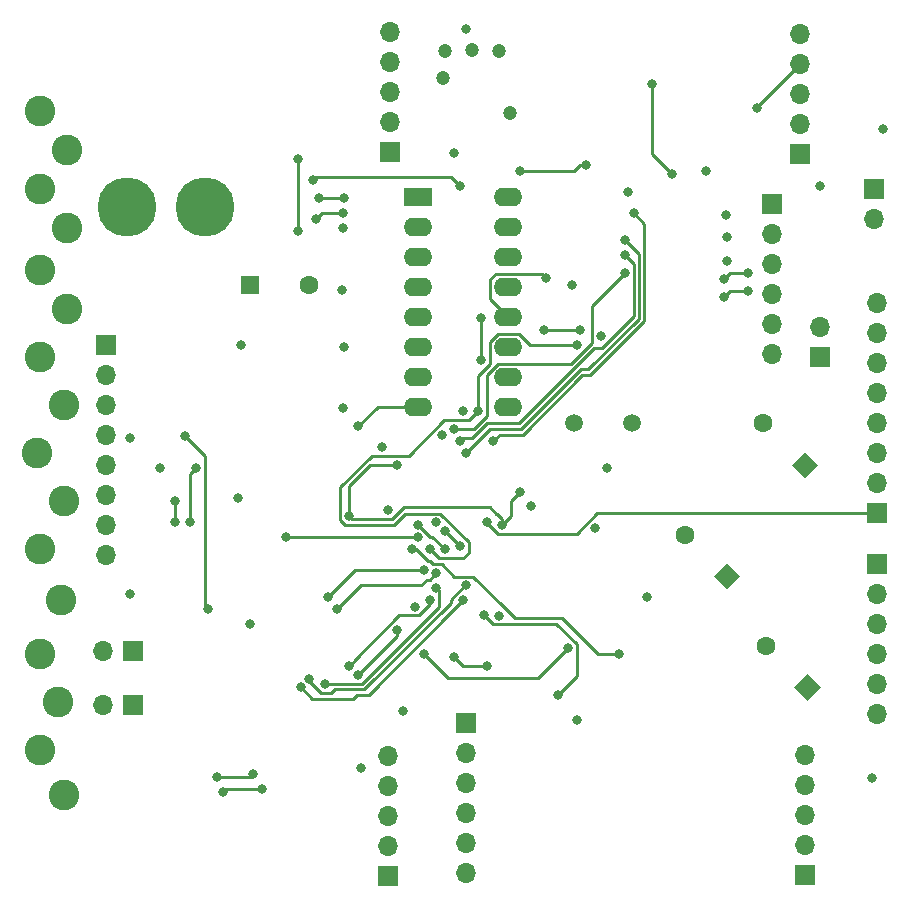
<source format=gbl>
G04 #@! TF.GenerationSoftware,KiCad,Pcbnew,(5.1.6-0-10_14)*
G04 #@! TF.CreationDate,2022-02-17T20:51:05-06:00*
G04 #@! TF.ProjectId,opto_isolator_with_micr,6f70746f-5f69-4736-9f6c-61746f725f77,rev?*
G04 #@! TF.SameCoordinates,Original*
G04 #@! TF.FileFunction,Copper,L4,Bot*
G04 #@! TF.FilePolarity,Positive*
%FSLAX46Y46*%
G04 Gerber Fmt 4.6, Leading zero omitted, Abs format (unit mm)*
G04 Created by KiCad (PCBNEW (5.1.6-0-10_14)) date 2022-02-17 20:51:05*
%MOMM*%
%LPD*%
G01*
G04 APERTURE LIST*
G04 #@! TA.AperFunction,ComponentPad*
%ADD10C,2.600000*%
G04 #@! TD*
G04 #@! TA.AperFunction,ComponentPad*
%ADD11R,1.700000X1.700000*%
G04 #@! TD*
G04 #@! TA.AperFunction,ComponentPad*
%ADD12O,1.700000X1.700000*%
G04 #@! TD*
G04 #@! TA.AperFunction,ComponentPad*
%ADD13R,2.400000X1.600000*%
G04 #@! TD*
G04 #@! TA.AperFunction,ComponentPad*
%ADD14O,2.400000X1.600000*%
G04 #@! TD*
G04 #@! TA.AperFunction,ComponentPad*
%ADD15C,1.500000*%
G04 #@! TD*
G04 #@! TA.AperFunction,ComponentPad*
%ADD16C,1.600000*%
G04 #@! TD*
G04 #@! TA.AperFunction,ComponentPad*
%ADD17C,0.100000*%
G04 #@! TD*
G04 #@! TA.AperFunction,ComponentPad*
%ADD18R,1.600000X1.600000*%
G04 #@! TD*
G04 #@! TA.AperFunction,ComponentPad*
%ADD19C,5.000000*%
G04 #@! TD*
G04 #@! TA.AperFunction,ViaPad*
%ADD20C,0.800000*%
G04 #@! TD*
G04 #@! TA.AperFunction,ViaPad*
%ADD21C,1.200000*%
G04 #@! TD*
G04 #@! TA.AperFunction,Conductor*
%ADD22C,0.250000*%
G04 #@! TD*
G04 APERTURE END LIST*
D10*
X135890000Y-119888000D03*
D11*
X170434000Y-121666000D03*
D12*
X170434000Y-124206000D03*
X170434000Y-126746000D03*
X170434000Y-129286000D03*
X170434000Y-131826000D03*
X170434000Y-134366000D03*
D11*
X200406000Y-90678000D03*
D12*
X200406000Y-88138000D03*
D11*
X205232000Y-108204000D03*
D12*
X205232000Y-110744000D03*
X205232000Y-113284000D03*
X205232000Y-115824000D03*
X205232000Y-118364000D03*
X205232000Y-120904000D03*
X139700000Y-120142000D03*
D11*
X142240000Y-120142000D03*
D12*
X196342000Y-90424000D03*
X196342000Y-87884000D03*
X196342000Y-85344000D03*
X196342000Y-82804000D03*
X196342000Y-80264000D03*
D11*
X196342000Y-77724000D03*
D12*
X139700000Y-115570000D03*
D11*
X142240000Y-115570000D03*
X139954000Y-89662000D03*
D12*
X139954000Y-92202000D03*
X139954000Y-94742000D03*
X139954000Y-97282000D03*
X139954000Y-99822000D03*
X139954000Y-102362000D03*
X139954000Y-104902000D03*
X139954000Y-107442000D03*
D11*
X204978000Y-76454000D03*
D12*
X204978000Y-78994000D03*
D11*
X163830000Y-134620000D03*
D12*
X163830000Y-132080000D03*
X163830000Y-129540000D03*
X163830000Y-127000000D03*
X163830000Y-124460000D03*
X163957000Y-63093600D03*
X163957000Y-65633600D03*
X163957000Y-68173600D03*
X163957000Y-70713600D03*
D11*
X163957000Y-73253600D03*
X198678800Y-73456800D03*
D12*
X198678800Y-70916800D03*
X198678800Y-68376800D03*
X198678800Y-65836800D03*
X198678800Y-63296800D03*
X199161400Y-124383800D03*
X199161400Y-126923800D03*
X199161400Y-129463800D03*
X199161400Y-132003800D03*
D11*
X199161400Y-134543800D03*
D13*
X166395400Y-77089000D03*
D14*
X174015400Y-94869000D03*
X166395400Y-79629000D03*
X174015400Y-92329000D03*
X166395400Y-82169000D03*
X174015400Y-89789000D03*
X166395400Y-84709000D03*
X174015400Y-87249000D03*
X166395400Y-87249000D03*
X174015400Y-84709000D03*
X166395400Y-89789000D03*
X174015400Y-82169000D03*
X166395400Y-92329000D03*
X174015400Y-79629000D03*
X166395400Y-94869000D03*
X174015400Y-77089000D03*
D15*
X179578000Y-96266000D03*
X184458000Y-96266000D03*
D11*
X205232000Y-103886000D03*
D12*
X205232000Y-101346000D03*
X205232000Y-98806000D03*
X205232000Y-96266000D03*
X205232000Y-93726000D03*
X205232000Y-91186000D03*
X205232000Y-88646000D03*
X205232000Y-86106000D03*
D16*
X188996466Y-105684466D03*
G04 #@! TA.AperFunction,ComponentPad*
D17*
G36*
X193663371Y-109220000D02*
G01*
X192532000Y-110351371D01*
X191400629Y-109220000D01*
X192532000Y-108088629D01*
X193663371Y-109220000D01*
G37*
G04 #@! TD.AperFunction*
D16*
X157146000Y-84582000D03*
D18*
X152146000Y-84582000D03*
G04 #@! TA.AperFunction,ComponentPad*
D17*
G36*
X200500905Y-118618000D02*
G01*
X199369534Y-119749371D01*
X198238163Y-118618000D01*
X199369534Y-117486629D01*
X200500905Y-118618000D01*
G37*
G04 #@! TD.AperFunction*
D16*
X195834000Y-115082466D03*
G04 #@! TA.AperFunction,ComponentPad*
D17*
G36*
X200267371Y-99801534D02*
G01*
X199136000Y-100932905D01*
X198004629Y-99801534D01*
X199136000Y-98670163D01*
X200267371Y-99801534D01*
G37*
G04 #@! TD.AperFunction*
D16*
X195600466Y-96266000D03*
D10*
X136652000Y-79756000D03*
X136652000Y-73152000D03*
X136652000Y-86614000D03*
X136144000Y-111252000D03*
X136398000Y-94742000D03*
X136398000Y-127762000D03*
X136398000Y-102870000D03*
X134366000Y-69850000D03*
X134366000Y-83312000D03*
X134366000Y-123952000D03*
X134366000Y-76454000D03*
X134112000Y-98806000D03*
X134366000Y-115824000D03*
X134366000Y-106934000D03*
X134366000Y-90678000D03*
D19*
X141732000Y-77978000D03*
X148336000Y-77978000D03*
D20*
X205700600Y-71385400D03*
X170459400Y-62839600D03*
X204774800Y-126314200D03*
X161544000Y-125476000D03*
D21*
X168513800Y-67066200D03*
X170916600Y-64643000D03*
X174117000Y-70002400D03*
D20*
X179400000Y-84580000D03*
X160004800Y-79705200D03*
X159907000Y-84963000D03*
X160110200Y-89839800D03*
X151130000Y-102616000D03*
X151384000Y-89662000D03*
X166086000Y-111790000D03*
X173250000Y-112544000D03*
X181356000Y-105156000D03*
X163830000Y-103632000D03*
X167894000Y-104648000D03*
X152146000Y-113284000D03*
X179832000Y-121412000D03*
X160020000Y-94996000D03*
X181864000Y-88900000D03*
X175895000Y-103251000D03*
X165100000Y-120650000D03*
X144526000Y-100076000D03*
X185740010Y-110931990D03*
X182372000Y-100076000D03*
X184150000Y-76708000D03*
X168402000Y-97282000D03*
D21*
X173228000Y-64770000D03*
D20*
X187895000Y-75184000D03*
X190754000Y-74930000D03*
X192405000Y-78613000D03*
X192532000Y-80518000D03*
X192532000Y-82550000D03*
X161290000Y-117602000D03*
X164592000Y-113792000D03*
X146617020Y-97341020D03*
X148590000Y-112014000D03*
X179070000Y-115316000D03*
X175006000Y-102108000D03*
X173482000Y-104902000D03*
X200406000Y-76200000D03*
X160528000Y-104140000D03*
X164592000Y-99822000D03*
X166878000Y-115824000D03*
X186182000Y-67564000D03*
D21*
X168656000Y-64770000D03*
D20*
X141986000Y-97536000D03*
X141986000Y-110744000D03*
X169418000Y-73406000D03*
X171704000Y-90932000D03*
X171704000Y-87376000D03*
X175006000Y-74930000D03*
X180594000Y-74422000D03*
X167386000Y-106934000D03*
X194310000Y-85090000D03*
X192278000Y-85598000D03*
X179832000Y-89662000D03*
X171450000Y-95250000D03*
X194310000Y-83566000D03*
X192278000Y-84074000D03*
X180086000Y-88392000D03*
X163322000Y-98298000D03*
X177038000Y-88392000D03*
X147574000Y-100076000D03*
X147066000Y-104648000D03*
X159512000Y-112014000D03*
X167894000Y-108966000D03*
X158750000Y-110998000D03*
X166878000Y-108712000D03*
X145796000Y-102870000D03*
X145796000Y-104648000D03*
X157747801Y-78980199D03*
X149352000Y-126238000D03*
X152400000Y-125984000D03*
X160020000Y-78486000D03*
X160070800Y-77165200D03*
X157988000Y-77216000D03*
X153162000Y-127254000D03*
X149860000Y-127508000D03*
X169926000Y-76200000D03*
X157480000Y-75692000D03*
X195072000Y-69596000D03*
X156210000Y-73914000D03*
X156210000Y-80010000D03*
X161290000Y-96520000D03*
X177229800Y-83940200D03*
X170180000Y-95250000D03*
X172212000Y-104648000D03*
X172212000Y-116840000D03*
X169418000Y-116078000D03*
X183388000Y-115824000D03*
X165862000Y-106934000D03*
X169926000Y-106680000D03*
X168656000Y-105410000D03*
X158496000Y-118364000D03*
X167894000Y-110236000D03*
X160528000Y-116840000D03*
X167386000Y-111252000D03*
X171958000Y-112522000D03*
X178181000Y-119253000D03*
X156464000Y-118618000D03*
X170180000Y-111252000D03*
X157173000Y-117909000D03*
X170434000Y-109982000D03*
X166392056Y-104879944D03*
X168656000Y-106934000D03*
X155194000Y-105918000D03*
X166370000Y-105918000D03*
X183896000Y-83566000D03*
X169418000Y-96774000D03*
X183896000Y-82042000D03*
X169926000Y-97790000D03*
X183896000Y-80772000D03*
X170434000Y-98806000D03*
X184658000Y-78486000D03*
X172720000Y-97790000D03*
D22*
X161290000Y-117602000D02*
X164592000Y-114300000D01*
X164592000Y-114300000D02*
X164592000Y-113792000D01*
X164592000Y-113792000D02*
X164592000Y-113792000D01*
X148299001Y-99023001D02*
X148299001Y-111723001D01*
X146617020Y-97341020D02*
X148299001Y-99023001D01*
X148299001Y-111723001D02*
X148590000Y-112014000D01*
X173482000Y-104638000D02*
X173482000Y-104902000D01*
X173482000Y-104902000D02*
X173482000Y-104902000D01*
X175006000Y-102108000D02*
X174244000Y-102870000D01*
X174244000Y-104140000D02*
X173482000Y-104902000D01*
X174244000Y-102870000D02*
X174244000Y-104140000D01*
X160528000Y-104140000D02*
X160528000Y-102870000D01*
X160528000Y-102870000D02*
X160528000Y-101600000D01*
X160528000Y-101600000D02*
X162306000Y-99822000D01*
X162306000Y-99822000D02*
X164592000Y-99822000D01*
X164592000Y-99822000D02*
X164592000Y-99822000D01*
X166878000Y-115824000D02*
X168910000Y-117856000D01*
X176530000Y-117856000D02*
X179070000Y-115316000D01*
X168910000Y-117856000D02*
X176530000Y-117856000D01*
X186182000Y-73471000D02*
X187895000Y-75184000D01*
X186182000Y-67564000D02*
X186182000Y-73471000D01*
X160745001Y-104357001D02*
X160528000Y-104140000D01*
X165157002Y-103378000D02*
X164178001Y-104357001D01*
X164178001Y-104357001D02*
X160745001Y-104357001D01*
X173010999Y-103922999D02*
X172466000Y-103378000D01*
X173482000Y-104902000D02*
X173482000Y-104336315D01*
X173068684Y-103922999D02*
X173010999Y-103922999D01*
X172466000Y-103378000D02*
X165157002Y-103378000D01*
X173482000Y-104336315D02*
X173068684Y-103922999D01*
X171704000Y-90932000D02*
X171704000Y-87376000D01*
X171704000Y-87376000D02*
X171704000Y-87376000D01*
X175006000Y-74930000D02*
X179578000Y-74930000D01*
X179578000Y-74930000D02*
X180086000Y-74422000D01*
X180086000Y-74422000D02*
X180594000Y-74422000D01*
X180594000Y-74422000D02*
X180594000Y-74422000D01*
X194310000Y-85090000D02*
X192786000Y-85090000D01*
X192786000Y-85090000D02*
X192278000Y-85598000D01*
X192278000Y-85598000D02*
X192278000Y-85598000D01*
X171450000Y-95250000D02*
X171450000Y-95250000D01*
X168111001Y-107659001D02*
X170216999Y-107659001D01*
X167386000Y-106934000D02*
X168111001Y-107659001D01*
X171450000Y-92259002D02*
X171450000Y-95250000D01*
X172429001Y-91280001D02*
X171450000Y-92259002D01*
X172429001Y-89384395D02*
X172429001Y-91280001D01*
X174881394Y-88663990D02*
X173149406Y-88663990D01*
X173149406Y-88663990D02*
X172429001Y-89384395D01*
X175879404Y-89662000D02*
X174881394Y-88663990D01*
X179832000Y-89662000D02*
X175879404Y-89662000D01*
X170688000Y-96012000D02*
X171450000Y-95250000D01*
X168598998Y-96012000D02*
X170688000Y-96012000D01*
X162468589Y-99023001D02*
X165587997Y-99023001D01*
X165587997Y-99023001D02*
X168598998Y-96012000D01*
X159802999Y-101688591D02*
X162468589Y-99023001D01*
X159802999Y-104488001D02*
X159802999Y-101688591D01*
X160179999Y-104865001D02*
X159802999Y-104488001D01*
X165248413Y-103922999D02*
X164306411Y-104865001D01*
X168242001Y-103922999D02*
X165248413Y-103922999D01*
X164306411Y-104865001D02*
X160179999Y-104865001D01*
X170651001Y-106331999D02*
X168242001Y-103922999D01*
X170651001Y-107224999D02*
X170651001Y-106331999D01*
X170216999Y-107659001D02*
X170651001Y-107224999D01*
X194310000Y-83566000D02*
X192786000Y-83566000D01*
X192786000Y-83566000D02*
X192278000Y-84074000D01*
X192278000Y-84074000D02*
X192278000Y-84074000D01*
X180086000Y-88392000D02*
X177038000Y-88392000D01*
X163322000Y-98298000D02*
X163322000Y-98298000D01*
X147574000Y-100076000D02*
X147066000Y-100584000D01*
X147066000Y-100584000D02*
X147066000Y-104648000D01*
X147066000Y-104648000D02*
X147066000Y-104648000D01*
X159512000Y-112014000D02*
X161544000Y-109982000D01*
X161544000Y-109982000D02*
X166624000Y-109982000D01*
X167095001Y-109510999D02*
X167349001Y-109510999D01*
X166624000Y-109982000D02*
X167095001Y-109510999D01*
X167349001Y-109510999D02*
X167894000Y-108966000D01*
X167894000Y-108966000D02*
X167894000Y-108966000D01*
X158750000Y-110998000D02*
X160274000Y-109474000D01*
X160274000Y-109474000D02*
X161036000Y-108712000D01*
X161036000Y-108712000D02*
X166878000Y-108712000D01*
X166878000Y-108712000D02*
X166878000Y-108712000D01*
X145796000Y-102870000D02*
X145796000Y-104394000D01*
X145796000Y-104394000D02*
X145796000Y-104648000D01*
X145796000Y-104648000D02*
X145796000Y-104902000D01*
X166395400Y-79629000D02*
X165746599Y-78980199D01*
X157747801Y-78980199D02*
X157747801Y-78980199D01*
X149352000Y-126238000D02*
X152146000Y-126238000D01*
X152146000Y-126238000D02*
X152400000Y-125984000D01*
X152400000Y-125984000D02*
X152400000Y-125984000D01*
X158242000Y-78486000D02*
X157747801Y-78980199D01*
X160020000Y-78486000D02*
X158242000Y-78486000D01*
X160070800Y-77165200D02*
X158038800Y-77165200D01*
X158038800Y-77165200D02*
X157988000Y-77216000D01*
X153162000Y-127254000D02*
X150114000Y-127254000D01*
X150114000Y-127254000D02*
X149860000Y-127508000D01*
X149860000Y-127508000D02*
X149860000Y-127508000D01*
X169926000Y-76200000D02*
X169164000Y-75438000D01*
X169164000Y-75438000D02*
X157734000Y-75438000D01*
X157734000Y-75438000D02*
X157480000Y-75692000D01*
X157480000Y-75692000D02*
X157480000Y-75692000D01*
X195072000Y-69443600D02*
X195072000Y-69596000D01*
X198678800Y-65836800D02*
X195072000Y-69443600D01*
X156210000Y-73914000D02*
X156210000Y-80010000D01*
X156210000Y-80010000D02*
X156210000Y-80010000D01*
X162941000Y-94869000D02*
X161290000Y-96520000D01*
X166395400Y-94869000D02*
X162941000Y-94869000D01*
X172490390Y-84049610D02*
X172956010Y-83583990D01*
X172490390Y-85723990D02*
X172490390Y-84049610D01*
X174015400Y-87249000D02*
X172490390Y-85723990D01*
X176873590Y-83583990D02*
X177229800Y-83940200D01*
X172956010Y-83583990D02*
X176873590Y-83583990D01*
X205232000Y-103886000D02*
X181552998Y-103886000D01*
X173133999Y-105627001D02*
X172175001Y-104668003D01*
X179811997Y-105627001D02*
X173133999Y-105627001D01*
X181552998Y-103886000D02*
X179811997Y-105627001D01*
X172212000Y-116840000D02*
X170180000Y-116840000D01*
X170180000Y-116840000D02*
X169418000Y-116078000D01*
X169418000Y-116078000D02*
X169418000Y-116078000D01*
X183388000Y-115824000D02*
X181610000Y-115824000D01*
X181610000Y-115824000D02*
X178562000Y-112776000D01*
X178562000Y-112776000D02*
X175006000Y-112776000D01*
X174555002Y-112776000D02*
X173539002Y-111760000D01*
X175006000Y-112776000D02*
X174555002Y-112776000D01*
X171036001Y-109256999D02*
X169454999Y-109256999D01*
X173539002Y-111760000D02*
X171036001Y-109256999D01*
X168402000Y-108204000D02*
X167640000Y-108204000D01*
X169454999Y-109256999D02*
X168402000Y-108204000D01*
X167640000Y-108204000D02*
X167386000Y-107950000D01*
X167189002Y-107950000D02*
X166173002Y-106934000D01*
X167386000Y-107950000D02*
X167189002Y-107950000D01*
X166173002Y-106934000D02*
X165862000Y-106934000D01*
X165862000Y-106934000D02*
X165862000Y-106934000D01*
X168656000Y-105410000D02*
X168656000Y-105410000D01*
X168656000Y-105410000D02*
X169926000Y-106680000D01*
X168111001Y-111854001D02*
X161638001Y-118327001D01*
X168111001Y-110395316D02*
X168111001Y-111854001D01*
X167951685Y-110236000D02*
X168111001Y-110395316D01*
X158532999Y-118327001D02*
X158496000Y-118364000D01*
X161638001Y-118327001D02*
X158532999Y-118327001D01*
X166434001Y-112515001D02*
X167386000Y-111563002D01*
X164795997Y-112515001D02*
X166434001Y-112515001D01*
X160927999Y-116382999D02*
X164795997Y-112515001D01*
X160927999Y-116440001D02*
X160927999Y-116382999D01*
X160528000Y-116840000D02*
X160927999Y-116440001D01*
X167386000Y-111563002D02*
X167386000Y-111252000D01*
X167386000Y-111252000D02*
X167386000Y-111252000D01*
X172705001Y-113269001D02*
X171958000Y-112522000D01*
X178096003Y-113269001D02*
X172705001Y-113269001D01*
X179795001Y-114967999D02*
X178096003Y-113269001D01*
X179795001Y-117638999D02*
X179795001Y-114967999D01*
X178181000Y-119253000D02*
X179795001Y-117638999D01*
X156464000Y-118618000D02*
X157422010Y-119576010D01*
X161188981Y-119227019D02*
X162204981Y-119227019D01*
X160839990Y-119576010D02*
X161188981Y-119227019D01*
X157422010Y-119576010D02*
X160839990Y-119576010D01*
X162204981Y-119227019D02*
X169164000Y-112268000D01*
X169164000Y-112268000D02*
X169672000Y-111760000D01*
X169672000Y-111760000D02*
X169926000Y-111506000D01*
X169926000Y-111506000D02*
X170180000Y-111252000D01*
X170180000Y-111252000D02*
X170180000Y-111252000D01*
X157173000Y-118114002D02*
X158184998Y-119126000D01*
X157173000Y-117909000D02*
X157173000Y-118114002D01*
X158184998Y-119126000D02*
X159004000Y-119126000D01*
X161824402Y-118777010D02*
X169164000Y-111437412D01*
X159352989Y-118777011D02*
X161824402Y-118777010D01*
X159004000Y-119126000D02*
X159352989Y-118777011D01*
X169164000Y-111194998D02*
X170376998Y-109982000D01*
X169164000Y-111437412D02*
X169164000Y-111194998D01*
X170376998Y-109982000D02*
X170434000Y-109982000D01*
X170434000Y-109982000D02*
X170434000Y-109982000D01*
X166392056Y-104879944D02*
X167386000Y-105873888D01*
X167595888Y-105873888D02*
X168656000Y-106934000D01*
X167386000Y-105873888D02*
X167595888Y-105873888D01*
X155194000Y-105918000D02*
X166370000Y-105918000D01*
X171070410Y-96774000D02*
X169418000Y-96774000D01*
X172175001Y-92178395D02*
X172175001Y-95669409D01*
X179363012Y-91203990D02*
X173149406Y-91203990D01*
X172175001Y-95669409D02*
X171070410Y-96774000D01*
X173149406Y-91203990D02*
X172175001Y-92178395D01*
X181138999Y-89428003D02*
X179363012Y-91203990D01*
X181138999Y-86323001D02*
X181138999Y-89428003D01*
X183896000Y-83566000D02*
X181138999Y-86323001D01*
X184621001Y-87216001D02*
X181921002Y-89916000D01*
X181921002Y-89916000D02*
X181287412Y-89916000D01*
X181287412Y-89916000D02*
X174937412Y-96266000D01*
X174937412Y-96266000D02*
X172214820Y-96266000D01*
X172214820Y-96266000D02*
X170944820Y-97536000D01*
X170944820Y-97536000D02*
X170180000Y-97536000D01*
X170180000Y-97536000D02*
X169926000Y-97790000D01*
X169926000Y-97790000D02*
X169926000Y-97790000D01*
X184621001Y-82767001D02*
X183896000Y-82042000D01*
X184621001Y-83529001D02*
X184621001Y-82767001D01*
X184621001Y-83021001D02*
X184621001Y-83529001D01*
X184621001Y-83529001D02*
X184621001Y-87216001D01*
X185071010Y-87402402D02*
X180779412Y-91694000D01*
X185071010Y-81947010D02*
X185071010Y-87402402D01*
X183896000Y-80772000D02*
X185071010Y-81947010D01*
X180145822Y-91694000D02*
X175065822Y-96774000D01*
X180779412Y-91694000D02*
X180145822Y-91694000D01*
X172466000Y-96774000D02*
X170434000Y-98806000D01*
X175065822Y-96774000D02*
X172466000Y-96774000D01*
X175252222Y-97224010D02*
X173285990Y-97224010D01*
X173285990Y-97224010D02*
X172720000Y-97790000D01*
X180274232Y-92202000D02*
X175252222Y-97224010D01*
X184658000Y-78486000D02*
X185521019Y-79349019D01*
X185521019Y-87588803D02*
X180907822Y-92202000D01*
X180907822Y-92202000D02*
X180274232Y-92202000D01*
X185521019Y-79349019D02*
X185521019Y-87588803D01*
M02*

</source>
